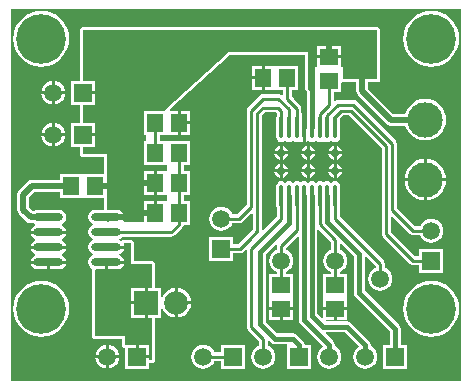
<source format=gtl>
%FSLAX44Y44*%
%MOMM*%
G71*
G01*
G75*
G04 Layer_Physical_Order=1*
G04 Layer_Color=255*
%ADD10R,1.5000X1.4000*%
%ADD11O,0.3500X2.0000*%
%ADD12R,1.4000X1.5000*%
%ADD13O,2.5000X0.7000*%
%ADD14C,0.2540*%
%ADD15C,0.3810*%
%ADD16C,0.5080*%
%ADD17R,1.5000X1.5000*%
%ADD18C,1.5000*%
%ADD19R,1.5000X1.5000*%
%ADD20C,3.0000*%
%ADD21R,2.0000X2.0000*%
%ADD22C,2.0000*%
%ADD23C,4.2000*%
%ADD24C,0.7000*%
G36*
X889000Y929640D02*
X508000D01*
Y1244600D01*
X889000D01*
Y929640D01*
D02*
G37*
%LPC*%
G36*
X735330Y1106170D02*
X730694D01*
X730910Y1105083D01*
X732245Y1103085D01*
X734243Y1101750D01*
X735330Y1101534D01*
Y1106170D01*
D02*
G37*
G36*
X742506D02*
X737870D01*
Y1101534D01*
X738957Y1101750D01*
X740955Y1103085D01*
X742290Y1105083D01*
X742506Y1106170D01*
D02*
G37*
G36*
X758190D02*
X753554D01*
X753771Y1105083D01*
X755105Y1103085D01*
X757103Y1101750D01*
X758190Y1101534D01*
Y1106170D01*
D02*
G37*
G36*
X859790Y1117320D02*
Y1101090D01*
X876020D01*
X875806Y1103258D01*
X874803Y1106565D01*
X873175Y1109612D01*
X870983Y1112283D01*
X868312Y1114474D01*
X865265Y1116103D01*
X861958Y1117106D01*
X859790Y1117320D01*
D02*
G37*
G36*
X857250Y1098550D02*
X841020D01*
X841234Y1096382D01*
X842237Y1093075D01*
X843866Y1090028D01*
X846057Y1087357D01*
X848728Y1085165D01*
X851775Y1083537D01*
X855082Y1082534D01*
X857250Y1082320D01*
Y1098550D01*
D02*
G37*
G36*
X876020D02*
X859790D01*
Y1082320D01*
X861958Y1082534D01*
X865265Y1083537D01*
X868312Y1085165D01*
X870983Y1087357D01*
X873175Y1090028D01*
X874803Y1093075D01*
X875806Y1096382D01*
X876020Y1098550D01*
D02*
G37*
G36*
X857250Y1117320D02*
X855082Y1117106D01*
X851775Y1116103D01*
X848728Y1114474D01*
X846057Y1112283D01*
X843866Y1109612D01*
X842237Y1106565D01*
X841234Y1103258D01*
X841020Y1101090D01*
X857250D01*
Y1117320D01*
D02*
G37*
G36*
X765366Y1106170D02*
X760730D01*
Y1101534D01*
X761817Y1101750D01*
X763815Y1103085D01*
X765150Y1105083D01*
X765366Y1106170D01*
D02*
G37*
G36*
X758190Y1113346D02*
X757103Y1113130D01*
X755105Y1111795D01*
X753771Y1109797D01*
X753554Y1108710D01*
X758190D01*
Y1113346D01*
D02*
G37*
G36*
X760730D02*
Y1108710D01*
X765366D01*
X765150Y1109797D01*
X763815Y1111795D01*
X761817Y1113130D01*
X760730Y1113346D01*
D02*
G37*
G36*
X781050D02*
X779963Y1113130D01*
X777965Y1111795D01*
X776630Y1109797D01*
X776414Y1108710D01*
X781050D01*
Y1113346D01*
D02*
G37*
G36*
X737870D02*
Y1108710D01*
X742506D01*
X742290Y1109797D01*
X740955Y1111795D01*
X738957Y1113130D01*
X737870Y1113346D01*
D02*
G37*
G36*
X781050Y1106170D02*
X776414D01*
X776630Y1105083D01*
X777965Y1103085D01*
X779963Y1101750D01*
X781050Y1101534D01*
Y1106170D01*
D02*
G37*
G36*
X788226D02*
X783590D01*
Y1101534D01*
X784677Y1101750D01*
X786675Y1103085D01*
X788009Y1105083D01*
X788226Y1106170D01*
D02*
G37*
G36*
X735330Y1113346D02*
X734243Y1113130D01*
X732245Y1111795D01*
X730910Y1109797D01*
X730694Y1108710D01*
X735330D01*
Y1113346D01*
D02*
G37*
G36*
X554286Y1054100D02*
X524474D01*
X524690Y1053013D01*
X526025Y1051015D01*
X528023Y1049680D01*
X528151Y1049655D01*
Y1048385D01*
X528023Y1048360D01*
X526025Y1047025D01*
X524690Y1045027D01*
X524474Y1043940D01*
X554286D01*
X554070Y1045027D01*
X552735Y1047025D01*
X550737Y1048360D01*
X550609Y1048385D01*
Y1049655D01*
X550737Y1049680D01*
X552735Y1051015D01*
X554070Y1053013D01*
X554286Y1054100D01*
D02*
G37*
G36*
X590550Y959919D02*
Y951230D01*
X599239D01*
X599062Y952581D01*
X598050Y955023D01*
X596441Y957121D01*
X594343Y958730D01*
X591901Y959742D01*
X590550Y959919D01*
D02*
G37*
G36*
X533400Y1014254D02*
X528785Y1013799D01*
X524348Y1012453D01*
X520259Y1010267D01*
X516674Y1007326D01*
X513732Y1003741D01*
X511547Y999652D01*
X510201Y995215D01*
X509746Y990600D01*
X510201Y985985D01*
X511547Y981548D01*
X513732Y977459D01*
X516674Y973874D01*
X520259Y970932D01*
X524348Y968747D01*
X528785Y967401D01*
X533400Y966946D01*
X538015Y967401D01*
X542452Y968747D01*
X546541Y970932D01*
X550126Y973874D01*
X553068Y977459D01*
X555253Y981548D01*
X556599Y985985D01*
X557054Y990600D01*
X556599Y995215D01*
X555253Y999652D01*
X553068Y1003741D01*
X550126Y1007326D01*
X546541Y1010267D01*
X542452Y1012453D01*
X538015Y1013799D01*
X533400Y1014254D01*
D02*
G37*
G36*
X863600D02*
X858985Y1013799D01*
X854548Y1012453D01*
X850459Y1010267D01*
X846874Y1007326D01*
X843932Y1003741D01*
X841747Y999652D01*
X840401Y995215D01*
X839946Y990600D01*
X840401Y985985D01*
X841747Y981548D01*
X843932Y977459D01*
X846874Y973874D01*
X850459Y970932D01*
X854548Y968747D01*
X858985Y967401D01*
X863600Y966946D01*
X868215Y967401D01*
X872652Y968747D01*
X876741Y970932D01*
X880326Y973874D01*
X883268Y977459D01*
X885453Y981548D01*
X886799Y985985D01*
X887254Y990600D01*
X886799Y995215D01*
X885453Y999652D01*
X883268Y1003741D01*
X880326Y1007326D01*
X876741Y1010267D01*
X872652Y1012453D01*
X868215Y1013799D01*
X863600Y1014254D01*
D02*
G37*
G36*
X588010Y959919D02*
X586659Y959742D01*
X584217Y958730D01*
X582119Y957121D01*
X580510Y955023D01*
X579498Y952581D01*
X579321Y951230D01*
X588010D01*
Y959919D01*
D02*
G37*
G36*
X670560Y960195D02*
X669073Y959899D01*
X669059Y959889D01*
X667939Y959742D01*
X665497Y958730D01*
X663399Y957121D01*
X661790Y955023D01*
X660778Y952581D01*
X660433Y949960D01*
X660778Y947339D01*
X661790Y944897D01*
X663399Y942799D01*
X665497Y941190D01*
X667939Y940178D01*
X670560Y939833D01*
X673181Y940178D01*
X675623Y941190D01*
X677721Y942799D01*
X679330Y944897D01*
X679818Y946075D01*
X685920D01*
Y939920D01*
X706000D01*
Y960000D01*
X685920D01*
Y953845D01*
X679818D01*
X679330Y955023D01*
X677721Y957121D01*
X675623Y958730D01*
X673181Y959742D01*
X672061Y959889D01*
X672047Y959899D01*
X670560Y960195D01*
D02*
G37*
G36*
X588010Y948690D02*
X579321D01*
X579498Y947339D01*
X580510Y944897D01*
X582119Y942799D01*
X584217Y941190D01*
X586659Y940178D01*
X588010Y940001D01*
Y948690D01*
D02*
G37*
G36*
X599239D02*
X590550D01*
Y940001D01*
X591901Y940178D01*
X594343Y941190D01*
X596441Y942799D01*
X598050Y944897D01*
X599062Y947339D01*
X599239Y948690D01*
D02*
G37*
G36*
X735330Y989490D02*
X726560D01*
Y981220D01*
X735330D01*
Y989490D01*
D02*
G37*
G36*
X538110Y1028700D02*
X524474D01*
X524690Y1027613D01*
X526025Y1025615D01*
X528023Y1024280D01*
X530380Y1023812D01*
X538110D01*
Y1028700D01*
D02*
G37*
G36*
X554286D02*
X540650D01*
Y1023812D01*
X548380D01*
X550737Y1024280D01*
X552735Y1025615D01*
X554070Y1027613D01*
X554286Y1028700D01*
D02*
G37*
G36*
Y1041400D02*
X524474D01*
X524690Y1040313D01*
X526025Y1038315D01*
X528023Y1036981D01*
X528151Y1036955D01*
Y1035685D01*
X528023Y1035659D01*
X526025Y1034325D01*
X524690Y1032327D01*
X524474Y1031240D01*
X554286D01*
X554070Y1032327D01*
X552735Y1034325D01*
X550737Y1035659D01*
X550609Y1035685D01*
Y1036955D01*
X550737Y1036981D01*
X552735Y1038315D01*
X554070Y1040313D01*
X554286Y1041400D01*
D02*
G37*
G36*
X648970Y1008161D02*
Y996950D01*
X660181D01*
X659917Y998954D01*
X658654Y1002004D01*
X656644Y1004624D01*
X654024Y1006634D01*
X650974Y1007897D01*
X648970Y1008161D01*
D02*
G37*
G36*
X746640Y989490D02*
X737870D01*
Y981220D01*
X746640D01*
Y989490D01*
D02*
G37*
G36*
X792360D02*
X783590D01*
Y981220D01*
X792360D01*
Y989490D01*
D02*
G37*
G36*
X660181Y994410D02*
X648970D01*
Y983199D01*
X650974Y983463D01*
X654024Y984726D01*
X656644Y986736D01*
X658654Y989356D01*
X659917Y992406D01*
X660181Y994410D01*
D02*
G37*
G36*
X544830Y1147879D02*
Y1139190D01*
X553519D01*
X553342Y1140541D01*
X552330Y1142983D01*
X550721Y1145081D01*
X548623Y1146690D01*
X546181Y1147702D01*
X544830Y1147879D01*
D02*
G37*
G36*
X659620Y1158120D02*
X651350D01*
Y1149350D01*
X659620D01*
Y1158120D01*
D02*
G37*
G36*
X542290Y1172210D02*
X533601D01*
X533778Y1170859D01*
X534790Y1168417D01*
X536399Y1166319D01*
X538497Y1164710D01*
X540939Y1163698D01*
X542290Y1163521D01*
Y1172210D01*
D02*
G37*
G36*
Y1147879D02*
X540939Y1147702D01*
X538497Y1146690D01*
X536399Y1145081D01*
X534790Y1142983D01*
X533778Y1140541D01*
X533601Y1139190D01*
X542290D01*
Y1147879D01*
D02*
G37*
G36*
X553519Y1136650D02*
X544830D01*
Y1127961D01*
X546181Y1128138D01*
X548623Y1129150D01*
X550721Y1130759D01*
X552330Y1132857D01*
X553342Y1135299D01*
X553519Y1136650D01*
D02*
G37*
G36*
X817880Y1229410D02*
X568960D01*
X567969Y1229213D01*
X567129Y1228651D01*
X566567Y1227811D01*
X566370Y1226820D01*
Y1183520D01*
X558920D01*
Y1163440D01*
X566370D01*
Y1147960D01*
X558920D01*
Y1127880D01*
X566370D01*
Y1121634D01*
X566567Y1120643D01*
X567129Y1119803D01*
X567969Y1119241D01*
X568960Y1119044D01*
X586690D01*
Y1104780D01*
X569420D01*
D01*
D01*
X569420Y1104780D01*
X568500D01*
Y1104780D01*
X549420D01*
Y1099920D01*
X525780D01*
X523798Y1099525D01*
X522118Y1098402D01*
X514497Y1090782D01*
X513375Y1089102D01*
X512980Y1087120D01*
Y1074420D01*
X512980Y1074420D01*
X512980D01*
X513375Y1072438D01*
X514497Y1070758D01*
X520848Y1064408D01*
X522528Y1063285D01*
X524510Y1062890D01*
X527260D01*
X528023Y1062381D01*
X528151Y1062355D01*
Y1061085D01*
X528023Y1061059D01*
X526025Y1059725D01*
X524690Y1057727D01*
X524474Y1056640D01*
X554286D01*
X554070Y1057727D01*
X552735Y1059725D01*
X550737Y1061059D01*
X550609Y1061085D01*
Y1062355D01*
X550737Y1062381D01*
X552735Y1063715D01*
X554070Y1065713D01*
X554538Y1068070D01*
X554070Y1070427D01*
X552735Y1072425D01*
X550737Y1073760D01*
X548380Y1074228D01*
X530380D01*
X528023Y1073760D01*
X527260Y1073250D01*
X526655D01*
X523340Y1076565D01*
Y1084975D01*
X527925Y1089560D01*
X549420D01*
Y1084700D01*
X568500D01*
Y1084700D01*
X568500D01*
X568500Y1084700D01*
X569420D01*
Y1084700D01*
X586690D01*
Y1074228D01*
X579380D01*
X577023Y1073760D01*
X575025Y1072425D01*
X573690Y1070427D01*
X573222Y1068070D01*
X573690Y1065713D01*
X575025Y1063715D01*
X577023Y1062381D01*
X577151Y1062355D01*
Y1061085D01*
X577023Y1061059D01*
X575025Y1059725D01*
X573690Y1057727D01*
X573222Y1055370D01*
X573690Y1053013D01*
X575025Y1051015D01*
X577023Y1049680D01*
X577151Y1049655D01*
Y1048385D01*
X577023Y1048360D01*
X575025Y1047025D01*
X573690Y1045027D01*
X573222Y1042670D01*
X573690Y1040313D01*
X575025Y1038315D01*
X577023Y1036981D01*
X577151Y1036955D01*
Y1035685D01*
X577023Y1035659D01*
X575025Y1034325D01*
X573690Y1032327D01*
X573222Y1029970D01*
X573690Y1027613D01*
X575025Y1025615D01*
X576708Y1024491D01*
X576653Y1024216D01*
X576543Y1023852D01*
X576555Y1023724D01*
X576530Y1023598D01*
Y967740D01*
X576727Y966749D01*
X577289Y965909D01*
X578129Y965347D01*
X579120Y965150D01*
X601930D01*
Y960120D01*
X602127Y959129D01*
X602689Y958289D01*
X602809Y958169D01*
X602809Y958169D01*
X603649Y957607D01*
X604640Y957410D01*
Y939920D01*
X624720D01*
Y944830D01*
X627380D01*
X628371Y945027D01*
X629211Y945589D01*
X629773Y946429D01*
X629970Y947420D01*
Y983140D01*
X634840D01*
Y990703D01*
X636086Y990951D01*
X636746Y989356D01*
X638756Y986736D01*
X641376Y984726D01*
X644426Y983463D01*
X646430Y983199D01*
Y995680D01*
Y1008161D01*
X644426Y1007897D01*
X641376Y1006634D01*
X638756Y1004624D01*
X636746Y1002004D01*
X636086Y1000409D01*
X634840Y1000657D01*
Y1008220D01*
X629970D01*
Y1028700D01*
X629773Y1029691D01*
X629211Y1030531D01*
X628371Y1031093D01*
X627380Y1031290D01*
X612190D01*
Y1046480D01*
X611993Y1047471D01*
X611431Y1048311D01*
X610591Y1048873D01*
X609600Y1049070D01*
X603446D01*
X603072Y1048996D01*
X602694Y1048958D01*
X602580Y1048898D01*
X602454Y1048873D01*
X602138Y1048661D01*
X601803Y1048482D01*
X601721Y1048383D01*
X601614Y1048311D01*
X601403Y1047995D01*
X601162Y1047701D01*
X600842Y1047621D01*
X599737Y1048360D01*
X599609Y1048385D01*
Y1049655D01*
X599737Y1049680D01*
X601735Y1051015D01*
X602049Y1051485D01*
X643570D01*
X645057Y1051781D01*
X646317Y1052623D01*
X646317Y1052623D01*
X646317Y1052623D01*
X652827Y1059133D01*
X653669Y1060393D01*
X653957Y1061840D01*
X659620D01*
Y1081920D01*
X653965D01*
Y1087240D01*
X659620D01*
Y1107320D01*
X654125D01*
Y1112640D01*
X659620D01*
Y1132720D01*
X640540D01*
D01*
D01*
X640540Y1132720D01*
X639620D01*
Y1132720D01*
X633965D01*
Y1138040D01*
X639620D01*
Y1138040D01*
X639620D01*
X639620Y1138040D01*
X640540D01*
Y1138040D01*
X648810D01*
Y1148080D01*
Y1158120D01*
X642657D01*
X642200Y1159305D01*
X693332Y1205766D01*
X756870D01*
Y1176975D01*
X756920Y1176725D01*
Y1176470D01*
X757018Y1176234D01*
X757067Y1175984D01*
X757209Y1175772D01*
X757307Y1175536D01*
X757958Y1174562D01*
X758152Y1173583D01*
Y1157299D01*
X757644Y1156882D01*
X757480Y1156832D01*
Y1144060D01*
Y1131689D01*
X757884Y1131769D01*
X759303Y1132717D01*
X759617D01*
X761036Y1131769D01*
X762710Y1131436D01*
X764384Y1131769D01*
X765803Y1132717D01*
X766117D01*
X767536Y1131769D01*
X769210Y1131436D01*
X770884Y1131769D01*
X772303Y1132717D01*
X772617D01*
X774036Y1131769D01*
X775710Y1131436D01*
X777384Y1131769D01*
X778803Y1132717D01*
X779117D01*
X780536Y1131769D01*
X782210Y1131436D01*
X783884Y1131769D01*
X785303Y1132717D01*
X786251Y1134136D01*
X786584Y1135810D01*
Y1151930D01*
X789009Y1154355D01*
X793847D01*
X821615Y1126587D01*
Y1054100D01*
X821615Y1054100D01*
X821615D01*
X821911Y1052613D01*
X822753Y1051353D01*
X845613Y1028493D01*
X846873Y1027651D01*
X848360Y1027355D01*
X853560D01*
Y1021200D01*
X873640D01*
Y1041280D01*
X853560D01*
Y1035125D01*
X849969D01*
X829385Y1055709D01*
Y1068462D01*
X830558Y1068948D01*
X845613Y1053893D01*
X846873Y1053051D01*
X847120Y1053002D01*
X848360Y1052755D01*
X854342D01*
X854830Y1051577D01*
X856439Y1049479D01*
X858537Y1047870D01*
X860979Y1046858D01*
X863600Y1046513D01*
X866221Y1046858D01*
X868663Y1047870D01*
X870761Y1049479D01*
X872370Y1051577D01*
X873382Y1054019D01*
X873727Y1056640D01*
X873382Y1059261D01*
X872370Y1061703D01*
X870761Y1063801D01*
X868663Y1065410D01*
X866221Y1066422D01*
X863600Y1066767D01*
X860979Y1066422D01*
X858537Y1065410D01*
X856439Y1063801D01*
X854830Y1061703D01*
X854342Y1060525D01*
X849969D01*
X834465Y1076029D01*
Y1130300D01*
X834169Y1131787D01*
X833327Y1133047D01*
X800307Y1166067D01*
X799047Y1166909D01*
X797560Y1167205D01*
X784860D01*
X783373Y1166909D01*
X782245Y1166155D01*
X781125Y1166753D01*
Y1174260D01*
X787280D01*
Y1181414D01*
X788262Y1182220D01*
X788670Y1182139D01*
X800001D01*
Y1174840D01*
X800001Y1174840D01*
X800001D01*
X800395Y1172858D01*
X801517Y1171178D01*
X825712Y1146983D01*
X825712D01*
X825712Y1146983D01*
X825712D01*
X825712Y1146983D01*
Y1146983D01*
X825712Y1146983D01*
Y1146983D01*
X827393Y1145860D01*
X829375Y1145466D01*
X841763D01*
X842238Y1143901D01*
X843866Y1140854D01*
X846058Y1138183D01*
X848729Y1135991D01*
X851776Y1134362D01*
X855082Y1133359D01*
X858521Y1133021D01*
X861959Y1133359D01*
X865266Y1134362D01*
X868313Y1135991D01*
X870984Y1138183D01*
X873175Y1140854D01*
X874804Y1143901D01*
X875807Y1147207D01*
X876146Y1150646D01*
X875807Y1154084D01*
X874804Y1157390D01*
X873175Y1160437D01*
X870984Y1163108D01*
X868313Y1165300D01*
X865266Y1166929D01*
X861959Y1167932D01*
X858521Y1168270D01*
X855082Y1167932D01*
X851776Y1166929D01*
X848729Y1165300D01*
X846058Y1163108D01*
X843866Y1160437D01*
X842238Y1157390D01*
X841763Y1155825D01*
X831520D01*
X810359Y1176986D01*
Y1182139D01*
X817880D01*
X818871Y1182336D01*
X819711Y1182897D01*
X820273Y1183737D01*
X820470Y1184729D01*
Y1226820D01*
X820273Y1227811D01*
X819711Y1228651D01*
X818871Y1229213D01*
X817880Y1229410D01*
D02*
G37*
G36*
X659620Y1146810D02*
X651350D01*
Y1138040D01*
X659620D01*
Y1146810D01*
D02*
G37*
G36*
X553519Y1172210D02*
X544830D01*
Y1163521D01*
X546181Y1163698D01*
X548623Y1164710D01*
X550721Y1166319D01*
X552330Y1168417D01*
X553342Y1170859D01*
X553519Y1172210D01*
D02*
G37*
G36*
X720250Y1196220D02*
X711980D01*
Y1187450D01*
X720250D01*
Y1196220D01*
D02*
G37*
G36*
X533400Y1242854D02*
X528785Y1242399D01*
X524348Y1241053D01*
X520259Y1238867D01*
X516674Y1235926D01*
X513732Y1232341D01*
X511547Y1228252D01*
X510201Y1223815D01*
X509746Y1219200D01*
X510201Y1214585D01*
X511547Y1210148D01*
X513732Y1206059D01*
X516674Y1202474D01*
X520259Y1199532D01*
X524348Y1197347D01*
X528785Y1196001D01*
X533400Y1195546D01*
X538015Y1196001D01*
X542452Y1197347D01*
X546541Y1199532D01*
X550126Y1202474D01*
X553068Y1206059D01*
X555253Y1210148D01*
X556599Y1214585D01*
X557054Y1219200D01*
X556599Y1223815D01*
X555253Y1228252D01*
X553068Y1232341D01*
X550126Y1235926D01*
X546541Y1238867D01*
X542452Y1241053D01*
X538015Y1242399D01*
X533400Y1242854D01*
D02*
G37*
G36*
X863600D02*
X858985Y1242399D01*
X854548Y1241053D01*
X850459Y1238867D01*
X846874Y1235926D01*
X843932Y1232341D01*
X841747Y1228252D01*
X840401Y1223815D01*
X839946Y1219200D01*
X840401Y1214585D01*
X841747Y1210148D01*
X843932Y1206059D01*
X846874Y1202474D01*
X850459Y1199532D01*
X854548Y1197347D01*
X858985Y1196001D01*
X863600Y1195546D01*
X868215Y1196001D01*
X872652Y1197347D01*
X876741Y1199532D01*
X880326Y1202474D01*
X883268Y1206059D01*
X885453Y1210148D01*
X886799Y1214585D01*
X887254Y1219200D01*
X886799Y1223815D01*
X885453Y1228252D01*
X883268Y1232341D01*
X880326Y1235926D01*
X876741Y1238867D01*
X872652Y1241053D01*
X868215Y1242399D01*
X863600Y1242854D01*
D02*
G37*
G36*
X720250Y1184910D02*
X711980D01*
Y1176140D01*
X720250D01*
Y1184910D01*
D02*
G37*
G36*
X731060Y1196220D02*
Y1196220D01*
X722790D01*
Y1186180D01*
Y1176140D01*
X731060D01*
Y1176140D01*
X731060D01*
X731060Y1176140D01*
X731980D01*
Y1176140D01*
X737795D01*
Y1171833D01*
X736675Y1171235D01*
X735547Y1171989D01*
X734060Y1172285D01*
X721360D01*
X720120Y1172038D01*
X719873Y1171989D01*
X718613Y1171147D01*
X708453Y1160987D01*
X707611Y1159727D01*
X707315Y1158240D01*
Y1078569D01*
X699431Y1070685D01*
X695058D01*
X694570Y1071863D01*
X692961Y1073961D01*
X690863Y1075570D01*
X688421Y1076582D01*
X685800Y1076927D01*
X683179Y1076582D01*
X680737Y1075570D01*
X678639Y1073961D01*
X677030Y1071863D01*
X676018Y1069421D01*
X675673Y1066800D01*
X676018Y1064179D01*
X677030Y1061737D01*
X678639Y1059639D01*
X680737Y1058030D01*
X683179Y1057018D01*
X685800Y1056673D01*
X688421Y1057018D01*
X690863Y1058030D01*
X692961Y1059639D01*
X694570Y1061737D01*
X695058Y1062915D01*
X701040D01*
X702527Y1063211D01*
X703787Y1064053D01*
X711222Y1071488D01*
X712395Y1071002D01*
Y1057813D01*
X706131Y1051549D01*
X706131Y1051549D01*
X699867Y1045285D01*
X695840D01*
Y1051440D01*
X675760D01*
Y1031360D01*
X695840D01*
Y1037515D01*
X701476D01*
X702962Y1037811D01*
X704223Y1038653D01*
X706142Y1040573D01*
X707315Y1040087D01*
Y977321D01*
Y975360D01*
X707315Y975360D01*
X707315D01*
X707611Y973873D01*
X708453Y972613D01*
X717475Y963591D01*
Y959218D01*
X716297Y958730D01*
X714199Y957121D01*
X712590Y955023D01*
X711578Y952581D01*
X711233Y949960D01*
X711578Y947339D01*
X712590Y944897D01*
X714199Y942799D01*
X716297Y941190D01*
X718739Y940178D01*
X721360Y939833D01*
X723981Y940178D01*
X726423Y941190D01*
X728521Y942799D01*
X730130Y944897D01*
X731142Y947339D01*
X731487Y949960D01*
X731142Y952581D01*
X730130Y955023D01*
X728521Y957121D01*
X726423Y958730D01*
X725245Y959218D01*
Y963407D01*
X726418Y963893D01*
X728315Y961995D01*
X729786Y961013D01*
X731520Y960668D01*
X741800D01*
Y960000D01*
X741800D01*
Y939920D01*
X761880D01*
Y960000D01*
X756972D01*
X756372Y960120D01*
X756027Y961854D01*
X755536Y962589D01*
X755045Y963325D01*
X755045Y963325D01*
X749965Y968405D01*
X748494Y969387D01*
X746760Y969732D01*
X733397D01*
X723397Y979732D01*
Y1037028D01*
X731766Y1045397D01*
X732886Y1044798D01*
X732715Y1043940D01*
Y1040498D01*
X731537Y1040010D01*
X729439Y1038401D01*
X727830Y1036303D01*
X726818Y1033861D01*
X726473Y1031240D01*
X726818Y1028619D01*
X727830Y1026177D01*
X729439Y1024079D01*
X731537Y1022470D01*
X732715Y1021982D01*
Y1020300D01*
X726560D01*
Y1001220D01*
X726560Y1001220D01*
X726560Y1000300D01*
X726560D01*
Y992030D01*
X746640D01*
Y1000300D01*
D01*
Y1000300D01*
X746640Y1000300D01*
Y1001220D01*
X746640D01*
Y1020300D01*
X740485D01*
Y1021982D01*
X741663Y1022470D01*
X743761Y1024079D01*
X745370Y1026177D01*
X746382Y1028619D01*
X746727Y1031240D01*
X746382Y1033861D01*
X745370Y1036303D01*
X743761Y1038401D01*
X741663Y1040010D01*
X740485Y1040498D01*
Y1042331D01*
X750505Y1052351D01*
X751678Y1051865D01*
Y981150D01*
X751678Y981150D01*
X751678D01*
X752023Y979416D01*
X753005Y977945D01*
X771521Y959430D01*
X771438Y958163D01*
X770079Y957121D01*
X768470Y955023D01*
X767458Y952581D01*
X767113Y949960D01*
X767458Y947339D01*
X768470Y944897D01*
X770079Y942799D01*
X772177Y941190D01*
X774619Y940178D01*
X777240Y939833D01*
X779861Y940178D01*
X782303Y941190D01*
X784401Y942799D01*
X786010Y944897D01*
X787022Y947339D01*
X787367Y949960D01*
X787022Y952581D01*
X786010Y955023D01*
X784401Y957121D01*
X782303Y958730D01*
X781772Y958950D01*
Y960120D01*
X781772Y960120D01*
X781427Y961854D01*
X780445Y963325D01*
X774115Y969655D01*
X774601Y970828D01*
X790603D01*
X802001Y959430D01*
X801917Y958163D01*
X800559Y957121D01*
X798950Y955023D01*
X797938Y952581D01*
X797593Y949960D01*
X797938Y947339D01*
X798950Y944897D01*
X800559Y942799D01*
X802657Y941190D01*
X805099Y940178D01*
X807720Y939833D01*
X810341Y940178D01*
X812783Y941190D01*
X814881Y942799D01*
X816490Y944897D01*
X817502Y947339D01*
X817847Y949960D01*
X817502Y952581D01*
X816490Y955023D01*
X814881Y957121D01*
X812783Y958730D01*
X812252Y958950D01*
Y960120D01*
X811907Y961854D01*
X810925Y963325D01*
X795685Y978565D01*
X794214Y979547D01*
X792480Y979892D01*
X774962D01*
X774256Y980948D01*
X774369Y981220D01*
X781050D01*
Y989490D01*
X772280D01*
Y983309D01*
X771107Y982823D01*
X767242Y986687D01*
Y1056945D01*
X768415Y1057431D01*
X778435Y1047411D01*
Y1040498D01*
X777257Y1040010D01*
X775159Y1038401D01*
X773550Y1036303D01*
X772538Y1033861D01*
X772193Y1031240D01*
X772538Y1028619D01*
X773550Y1026177D01*
X775159Y1024079D01*
X777257Y1022470D01*
X778435Y1021982D01*
Y1020300D01*
X772280D01*
Y1001220D01*
X772280Y1001220D01*
X772280Y1000300D01*
X772280D01*
Y992030D01*
X792360D01*
Y1000300D01*
D01*
Y1000300D01*
X792360Y1000300D01*
Y1001220D01*
X792360D01*
Y1020300D01*
X786205D01*
Y1021982D01*
X787383Y1022470D01*
X789481Y1024079D01*
X791090Y1026177D01*
X792102Y1028619D01*
X792447Y1031240D01*
X792102Y1033861D01*
X791090Y1036303D01*
X789481Y1038401D01*
X787383Y1040010D01*
X786205Y1040498D01*
Y1045149D01*
X787378Y1045635D01*
X798108Y1034905D01*
Y1004187D01*
X798108Y1004187D01*
X798108D01*
X798453Y1002453D01*
X799435Y1000983D01*
X828588Y971830D01*
Y960000D01*
X823080D01*
Y939920D01*
X843160D01*
Y960000D01*
X837652D01*
Y973707D01*
X837307Y975442D01*
X836325Y976912D01*
X836325Y976912D01*
X807172Y1006065D01*
Y1034795D01*
X808345Y1035281D01*
X816535Y1027091D01*
Y1025258D01*
X815357Y1024770D01*
X813259Y1023161D01*
X811650Y1021063D01*
X810638Y1018621D01*
X810293Y1016000D01*
X810638Y1013379D01*
X811650Y1010937D01*
X813259Y1008839D01*
X815357Y1007230D01*
X817799Y1006218D01*
X820420Y1005873D01*
X823041Y1006218D01*
X825483Y1007230D01*
X827581Y1008839D01*
X829190Y1010937D01*
X830202Y1013379D01*
X830547Y1016000D01*
X830202Y1018621D01*
X829190Y1021063D01*
X827581Y1023161D01*
X825483Y1024770D01*
X824305Y1025258D01*
Y1028700D01*
X824009Y1030187D01*
X823167Y1031447D01*
X786095Y1068519D01*
Y1075902D01*
X786251Y1076136D01*
X786584Y1077810D01*
Y1094310D01*
X786251Y1095984D01*
X785303Y1097403D01*
X783884Y1098351D01*
X782210Y1098684D01*
X780536Y1098351D01*
X779117Y1097403D01*
X778803D01*
X777384Y1098351D01*
X775710Y1098684D01*
X774036Y1098351D01*
X772617Y1097403D01*
X772303D01*
X770884Y1098351D01*
X769210Y1098684D01*
X767536Y1098351D01*
X766117Y1097403D01*
X765803D01*
X764384Y1098351D01*
X762710Y1098684D01*
X761036Y1098351D01*
X759617Y1097403D01*
X759303D01*
X757884Y1098351D01*
X756210Y1098684D01*
X754536Y1098351D01*
X753117Y1097403D01*
X752803D01*
X751384Y1098351D01*
X749710Y1098684D01*
X748036Y1098351D01*
X746617Y1097403D01*
X746303D01*
X744884Y1098351D01*
X743210Y1098684D01*
X741536Y1098351D01*
X740117Y1097403D01*
X739803D01*
X738384Y1098351D01*
X736710Y1098684D01*
X735036Y1098351D01*
X733617Y1097403D01*
X732669Y1095984D01*
X732336Y1094310D01*
Y1077810D01*
X732669Y1076136D01*
X732825Y1075902D01*
Y1068519D01*
X721338Y1057032D01*
X720165Y1057518D01*
Y1154527D01*
X722533Y1156895D01*
X732451D01*
X732825Y1156521D01*
Y1154218D01*
X732669Y1153984D01*
X732336Y1152310D01*
Y1135810D01*
X732669Y1134136D01*
X733617Y1132717D01*
X735036Y1131769D01*
X736710Y1131436D01*
X738384Y1131769D01*
X739803Y1132717D01*
X740117D01*
X741536Y1131769D01*
X743210Y1131436D01*
X744884Y1131769D01*
X746303Y1132717D01*
X746617D01*
X748036Y1131769D01*
X749710Y1131436D01*
X751384Y1131769D01*
X752803Y1132717D01*
X753117D01*
X754536Y1131769D01*
X754940Y1131689D01*
Y1144060D01*
Y1156432D01*
X754576Y1156359D01*
X753595Y1157165D01*
Y1159934D01*
X753299Y1161421D01*
X752457Y1162681D01*
X747813Y1167325D01*
X747809Y1167347D01*
X746967Y1168607D01*
X745565Y1170009D01*
Y1176140D01*
X751060D01*
Y1196220D01*
X731980D01*
D01*
D01*
X731980Y1196220D01*
X731060D01*
D02*
G37*
G36*
X542290Y1183439D02*
X540939Y1183262D01*
X538497Y1182250D01*
X536399Y1180641D01*
X534790Y1178543D01*
X533778Y1176101D01*
X533601Y1174750D01*
X542290D01*
Y1183439D01*
D02*
G37*
G36*
X544830D02*
Y1174750D01*
X553519D01*
X553342Y1176101D01*
X552330Y1178543D01*
X550721Y1180641D01*
X548623Y1182250D01*
X546181Y1183262D01*
X544830Y1183439D01*
D02*
G37*
G36*
X542290Y1136650D02*
X533601D01*
X533778Y1135299D01*
X534790Y1132857D01*
X536399Y1130759D01*
X538497Y1129150D01*
X540939Y1128138D01*
X542290Y1127961D01*
Y1136650D01*
D02*
G37*
G36*
X788226Y1121410D02*
X783590D01*
Y1116774D01*
X784677Y1116991D01*
X786675Y1118325D01*
X788009Y1120323D01*
X788226Y1121410D01*
D02*
G37*
G36*
X781050D02*
X776414D01*
X776630Y1120323D01*
X777965Y1118325D01*
X779963Y1116991D01*
X781050Y1116774D01*
Y1121410D01*
D02*
G37*
G36*
X737870Y1128586D02*
Y1123950D01*
X742506D01*
X742290Y1125037D01*
X740955Y1127035D01*
X738957Y1128370D01*
X737870Y1128586D01*
D02*
G37*
G36*
X735330D02*
X734243Y1128370D01*
X732245Y1127035D01*
X730910Y1125037D01*
X730694Y1123950D01*
X735330D01*
Y1128586D01*
D02*
G37*
G36*
X765366Y1121410D02*
X760730D01*
Y1116774D01*
X761817Y1116991D01*
X763815Y1118325D01*
X765150Y1120323D01*
X765366Y1121410D01*
D02*
G37*
G36*
X735330D02*
X730694D01*
X730910Y1120323D01*
X732245Y1118325D01*
X734243Y1116991D01*
X735330Y1116774D01*
Y1121410D01*
D02*
G37*
G36*
X783590Y1113346D02*
Y1108710D01*
X788226D01*
X788009Y1109797D01*
X786675Y1111795D01*
X784677Y1113130D01*
X783590Y1113346D01*
D02*
G37*
G36*
X758190Y1121410D02*
X753554D01*
X753771Y1120323D01*
X755105Y1118325D01*
X757103Y1116991D01*
X758190Y1116774D01*
Y1121410D01*
D02*
G37*
G36*
X742506D02*
X737870D01*
Y1116774D01*
X738957Y1116991D01*
X740955Y1118325D01*
X742290Y1120323D01*
X742506Y1121410D01*
D02*
G37*
G36*
X760730Y1128586D02*
Y1123950D01*
X765366D01*
X765150Y1125037D01*
X763815Y1127035D01*
X761817Y1128370D01*
X760730Y1128586D01*
D02*
G37*
G36*
X781050D02*
X779963Y1128370D01*
X777965Y1127035D01*
X776630Y1125037D01*
X776414Y1123950D01*
X781050D01*
Y1128586D01*
D02*
G37*
G36*
X783590D02*
Y1123950D01*
X788226D01*
X788009Y1125037D01*
X786675Y1127035D01*
X784677Y1128370D01*
X783590Y1128586D01*
D02*
G37*
G36*
X758190D02*
X757103Y1128370D01*
X755105Y1127035D01*
X753771Y1125037D01*
X753554Y1123950D01*
X758190D01*
Y1128586D01*
D02*
G37*
%LPD*%
G36*
X817880Y1184729D02*
X788670D01*
Y1195251D01*
X787280D01*
Y1202530D01*
X767200D01*
Y1195251D01*
X764771D01*
Y1163683D01*
Y1157686D01*
X763980Y1156902D01*
Y1144060D01*
X761440D01*
Y1156721D01*
X760742Y1157294D01*
Y1173838D01*
X760397Y1175572D01*
X759460Y1176975D01*
Y1208356D01*
X692331D01*
X637177Y1158240D01*
X622300D01*
Y1158120D01*
X620540D01*
Y1138040D01*
X622300D01*
Y1132720D01*
X620540D01*
Y1112640D01*
X639620D01*
D01*
X639620D01*
X640080Y1112180D01*
Y1107320D01*
X640080D01*
X639620D01*
X639182Y1107320D01*
X639182Y1107320D01*
Y1107320D01*
X631350D01*
Y1097280D01*
Y1087240D01*
X639182D01*
X639182Y1087240D01*
Y1087240D01*
X639620Y1087240D01*
X640080Y1086780D01*
Y1081920D01*
X639620D01*
Y1081920D01*
X631350D01*
Y1071880D01*
X630080D01*
Y1070610D01*
X620540D01*
Y1064260D01*
X603446D01*
X602847Y1065380D01*
X603070Y1065713D01*
X603286Y1066800D01*
X588380D01*
Y1069340D01*
X603286D01*
X603070Y1070427D01*
X601735Y1072425D01*
X599737Y1073760D01*
X597380Y1074228D01*
X589280D01*
Y1093470D01*
X578960D01*
Y1096010D01*
X589280D01*
Y1121634D01*
X568960D01*
Y1127880D01*
X579000D01*
Y1136650D01*
X568960D01*
Y1139190D01*
X579000D01*
Y1147960D01*
X568960D01*
Y1163440D01*
X579000D01*
Y1172210D01*
X568960D01*
Y1174750D01*
X579000D01*
Y1183520D01*
X568960D01*
Y1226820D01*
X817880D01*
Y1184729D01*
D02*
G37*
G36*
X609600Y1028700D02*
X627380D01*
Y1008220D01*
X623570D01*
Y995680D01*
Y983140D01*
X627380D01*
Y947420D01*
X624720D01*
Y948690D01*
X614680D01*
Y949960D01*
X613410D01*
Y960000D01*
X604640D01*
D01*
X604640D01*
X604520Y960120D01*
Y967740D01*
X579120D01*
Y1023598D01*
X579380Y1023812D01*
X587110D01*
Y1029970D01*
X588380D01*
Y1031240D01*
X603286D01*
X603070Y1032327D01*
X601735Y1034325D01*
X599737Y1035659D01*
X599609Y1035685D01*
Y1036955D01*
X599737Y1036981D01*
X601735Y1038315D01*
X603070Y1040313D01*
X603286Y1041400D01*
X588380D01*
Y1043940D01*
X603286D01*
X603070Y1045027D01*
X602847Y1045360D01*
X603446Y1046480D01*
X609600D01*
Y1028700D01*
D02*
G37*
%LPC*%
G36*
X628810Y1081920D02*
X620540D01*
Y1073150D01*
X628810D01*
Y1081920D01*
D02*
G37*
G36*
X775970Y1213340D02*
X767200D01*
Y1205070D01*
X775970D01*
Y1213340D01*
D02*
G37*
G36*
X628810Y1096010D02*
X620540D01*
Y1087240D01*
X628810D01*
Y1096010D01*
D02*
G37*
G36*
X787280Y1213340D02*
X778510D01*
Y1205070D01*
X787280D01*
Y1213340D01*
D02*
G37*
G36*
X621030Y994410D02*
X609760D01*
Y983140D01*
X621030D01*
Y994410D01*
D02*
G37*
G36*
Y1008220D02*
X609760D01*
Y996950D01*
X621030D01*
Y1008220D01*
D02*
G37*
G36*
X603286Y1028700D02*
X589650D01*
Y1023812D01*
X597380D01*
X599737Y1024280D01*
X601735Y1025615D01*
X603070Y1027613D01*
X603286Y1028700D01*
D02*
G37*
G36*
X628810Y1107320D02*
X620540D01*
Y1098550D01*
X628810D01*
Y1107320D01*
D02*
G37*
G36*
X624720Y960000D02*
X615950D01*
Y951230D01*
X624720D01*
Y960000D01*
D02*
G37*
%LPD*%
D10*
X782320Y990760D02*
D03*
Y1010760D02*
D03*
X736600Y990760D02*
D03*
Y1010760D02*
D03*
X777240Y1183800D02*
D03*
Y1203800D02*
D03*
D11*
X736710Y1086060D02*
D03*
X743210D02*
D03*
X749710D02*
D03*
X756210D02*
D03*
X762710D02*
D03*
X769210D02*
D03*
X775710D02*
D03*
X782210D02*
D03*
X736710Y1144060D02*
D03*
X743210D02*
D03*
X749710D02*
D03*
X756210D02*
D03*
X762710D02*
D03*
X769210D02*
D03*
X775710D02*
D03*
X782210D02*
D03*
D12*
X721520Y1186180D02*
D03*
X741520D02*
D03*
X630080Y1148080D02*
D03*
X650080D02*
D03*
Y1122680D02*
D03*
X630080D02*
D03*
Y1071880D02*
D03*
X650080D02*
D03*
X630080Y1097280D02*
D03*
X650080D02*
D03*
X578960Y1094740D02*
D03*
X558960D02*
D03*
D13*
X539380Y1068070D02*
D03*
Y1055370D02*
D03*
Y1042670D02*
D03*
Y1029970D02*
D03*
X588380Y1068070D02*
D03*
Y1055370D02*
D03*
Y1042670D02*
D03*
Y1029970D02*
D03*
D14*
X670560Y949960D02*
Y956310D01*
Y949960D02*
X695960D01*
X711200Y977321D02*
Y1041400D01*
Y975360D02*
Y977321D01*
Y975360D02*
X721360Y965200D01*
X825500Y1054100D02*
Y1128196D01*
X795456Y1158240D02*
X825500Y1128196D01*
X787400Y1158240D02*
X795456D01*
X830580Y1074420D02*
Y1130300D01*
X797560Y1163320D02*
X830580Y1130300D01*
X784860Y1163320D02*
X797560D01*
X820420Y1016000D02*
Y1028700D01*
X741680Y1168400D02*
Y1186340D01*
Y1168400D02*
X744220Y1165860D01*
X736710Y1144060D02*
Y1158130D01*
X701476Y1041400D02*
X708878Y1048802D01*
X685800Y1041400D02*
X701476D01*
X685800Y1066800D02*
X701040D01*
X711200Y1076960D01*
X708878Y1048802D02*
X716280Y1056204D01*
X711200Y1041400D02*
X736710Y1066910D01*
X716280Y1056204D02*
Y1156136D01*
X711200Y1076960D02*
Y1158240D01*
X736710Y1066910D02*
Y1086060D01*
X736600Y1010760D02*
Y1031240D01*
X782320Y1010760D02*
Y1031240D01*
Y1049020D01*
X736600Y1031240D02*
Y1043940D01*
X777240Y1178720D02*
X782320Y1183800D01*
X777240Y1163320D02*
Y1178720D01*
X769210Y1155290D02*
X777240Y1163320D01*
X769210Y1144060D02*
Y1155290D01*
X782210Y1066910D02*
X820420Y1028700D01*
X782210Y1066910D02*
Y1086060D01*
X769210Y1062130D02*
X782320Y1049020D01*
X769210Y1062130D02*
Y1086060D01*
X721360Y949960D02*
Y965200D01*
X734060Y1168400D02*
X743210Y1159250D01*
Y1144060D02*
Y1159250D01*
X744220Y1165424D02*
X749710Y1159934D01*
Y1144060D02*
Y1159934D01*
X744220Y1165424D02*
Y1165860D01*
X734060Y1160780D02*
X736710Y1158130D01*
X720924Y1160780D02*
X734060D01*
X782210Y1153050D02*
X787400Y1158240D01*
X736600Y1043940D02*
X749710Y1057050D01*
Y1086060D01*
X782210Y1144060D02*
Y1153050D01*
X775710Y1144060D02*
Y1154170D01*
X784860Y1163320D01*
X716280Y1156136D02*
X720924Y1160780D01*
X721360Y1168400D02*
X734060D01*
X711200Y1158240D02*
X721360Y1168400D01*
X848360Y1056640D02*
X863600D01*
X830580Y1074420D02*
X848360Y1056640D01*
Y1031240D02*
X863600D01*
X825500Y1054100D02*
X848360Y1031240D01*
X650240Y1097440D02*
Y1122680D01*
X650080Y1071880D02*
Y1097280D01*
X630080Y1122680D02*
Y1148080D01*
X650080Y1061880D02*
Y1071880D01*
X643570Y1055370D02*
X650080Y1061880D01*
X588380Y1055370D02*
X643570D01*
D15*
X718865Y977855D02*
X731520Y965200D01*
X746760D01*
X751840Y960120D01*
Y949960D02*
Y960120D01*
X777240Y949960D02*
Y960120D01*
X756210Y981150D02*
X777240Y960120D01*
X792480Y975360D02*
X807720Y960120D01*
X772160Y975360D02*
X792480D01*
X762710Y984810D02*
X772160Y975360D01*
X756210Y1144060D02*
Y1173838D01*
X775710Y1063712D02*
X802640Y1036782D01*
X775710Y1063712D02*
Y1086060D01*
X802640Y1004187D02*
Y1036782D01*
Y1004187D02*
X833120Y973707D01*
Y949960D02*
Y973707D01*
X762710Y984810D02*
Y1086060D01*
X756210Y981150D02*
Y1086060D01*
X807720Y949960D02*
Y960120D01*
X762710Y1144060D02*
Y1178560D01*
X743210Y1063250D02*
Y1086060D01*
X718865Y977855D02*
Y1038905D01*
X743210Y1063250D01*
D16*
X805180Y1174840D02*
Y1214120D01*
Y1174840D02*
X829375Y1150646D01*
X762710Y1214830D02*
X767080Y1219200D01*
X762710Y1178560D02*
Y1214830D01*
X767080Y1219200D02*
X777240D01*
Y1208880D02*
Y1219200D01*
Y1208880D02*
X782320Y1203800D01*
X777240Y1219200D02*
X787400D01*
X829375Y1150646D02*
X858521D01*
X524510Y1068070D02*
X539380D01*
X518160Y1074420D02*
X524510Y1068070D01*
X518160Y1074420D02*
Y1087120D01*
X525780Y1094740D02*
X558960D01*
X518160Y1087120D02*
X525780Y1094740D01*
X578960D02*
X605790D01*
X588380Y1068070D02*
X589650Y1066800D01*
X588380Y1068070D02*
X605790D01*
Y1158240D01*
X617220Y1097280D02*
X630080D01*
X617220Y1071880D02*
X630080D01*
D17*
X685800Y1041400D02*
D03*
X863600Y1031240D02*
D03*
D18*
X685800Y1066800D02*
D03*
X863600Y1056640D02*
D03*
X721360Y949960D02*
D03*
X777240D02*
D03*
X807720D02*
D03*
X589280D02*
D03*
X543560Y1137920D02*
D03*
Y1173480D02*
D03*
X670560Y949960D02*
D03*
X820420Y1016000D02*
D03*
X736600Y1031240D02*
D03*
X782320D02*
D03*
D19*
X695960Y949960D02*
D03*
X751840D02*
D03*
X833120D02*
D03*
X614680D02*
D03*
X568960Y1137920D02*
D03*
Y1173480D02*
D03*
D20*
X858520Y1099820D02*
D03*
X858521Y1150646D02*
D03*
D21*
X622300Y995680D02*
D03*
D22*
X647700D02*
D03*
D23*
X863600Y990600D02*
D03*
X533400D02*
D03*
X863600Y1219200D02*
D03*
X533400D02*
D03*
D24*
X759460Y1122680D02*
D03*
Y1107440D02*
D03*
X782320D02*
D03*
Y1122680D02*
D03*
X736600Y1107440D02*
D03*
Y1122680D02*
D03*
M02*

</source>
